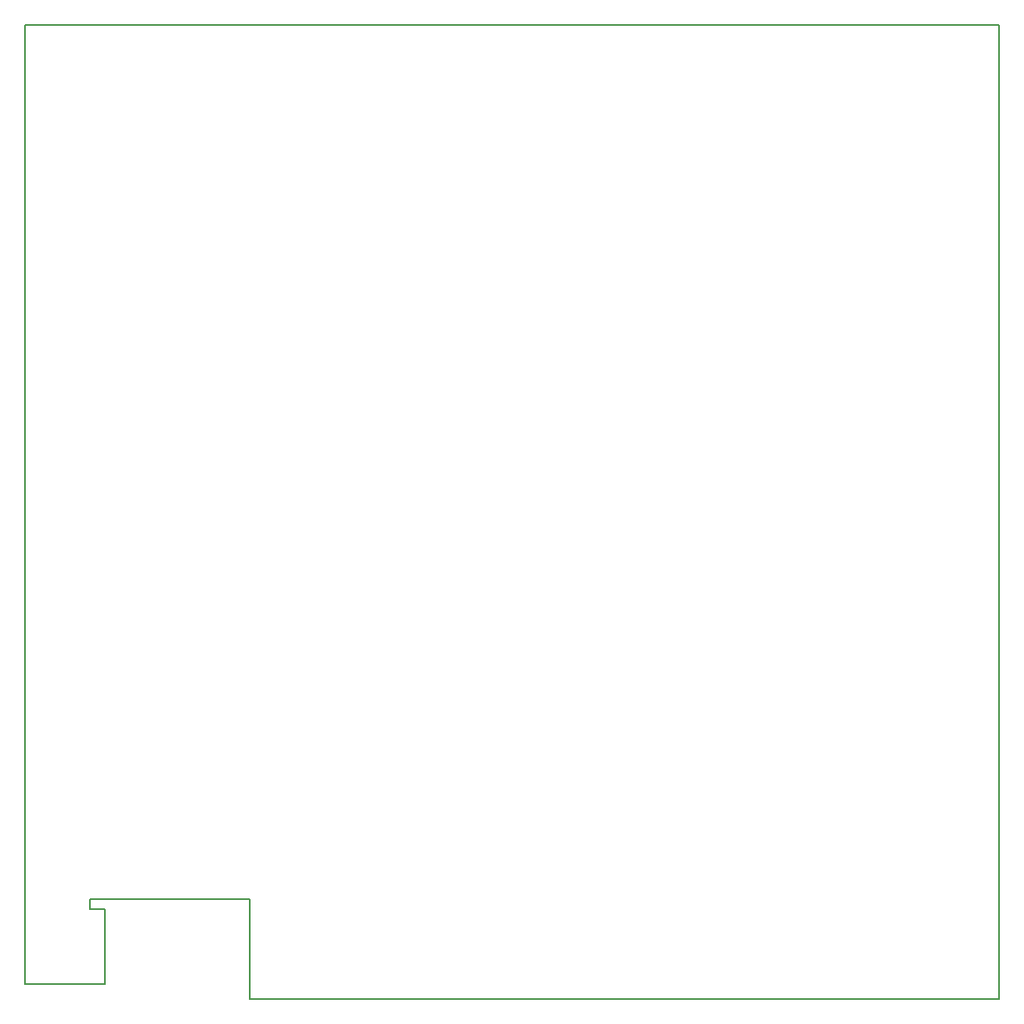
<source format=gm1>
%TF.GenerationSoftware,KiCad,Pcbnew,5.0.2-bee76a0~70~ubuntu18.10.1*%
%TF.CreationDate,2019-02-24T14:53:23+01:00*%
%TF.ProjectId,plusd,706c7573-642e-46b6-9963-61645f706362,rev?*%
%TF.SameCoordinates,Original*%
%TF.FileFunction,Profile,NP*%
%FSLAX46Y46*%
G04 Gerber Fmt 4.6, Leading zero omitted, Abs format (unit mm)*
G04 Created by KiCad (PCBNEW 5.0.2-bee76a0~70~ubuntu18.10.1) date dom 24 feb 2019 14:53:23 CET*
%MOMM*%
%LPD*%
G01*
G04 APERTURE LIST*
%ADD10C,0.150000*%
G04 APERTURE END LIST*
D10*
X71628000Y-122936000D02*
X63500000Y-122936000D01*
X71628000Y-115316000D02*
X71628000Y-122936000D01*
X70104000Y-115316000D02*
X71628000Y-115316000D01*
X70104000Y-114300000D02*
X70104000Y-115316000D01*
X86360000Y-124460000D02*
X162560000Y-124460000D01*
X86360000Y-114300000D02*
X86360000Y-124460000D01*
X70104000Y-114300000D02*
X86360000Y-114300000D01*
X162560000Y-124460000D02*
X162560000Y-25400000D01*
X63500000Y-25400000D02*
X63500000Y-122936000D01*
X162560000Y-25400000D02*
X63500000Y-25400000D01*
M02*

</source>
